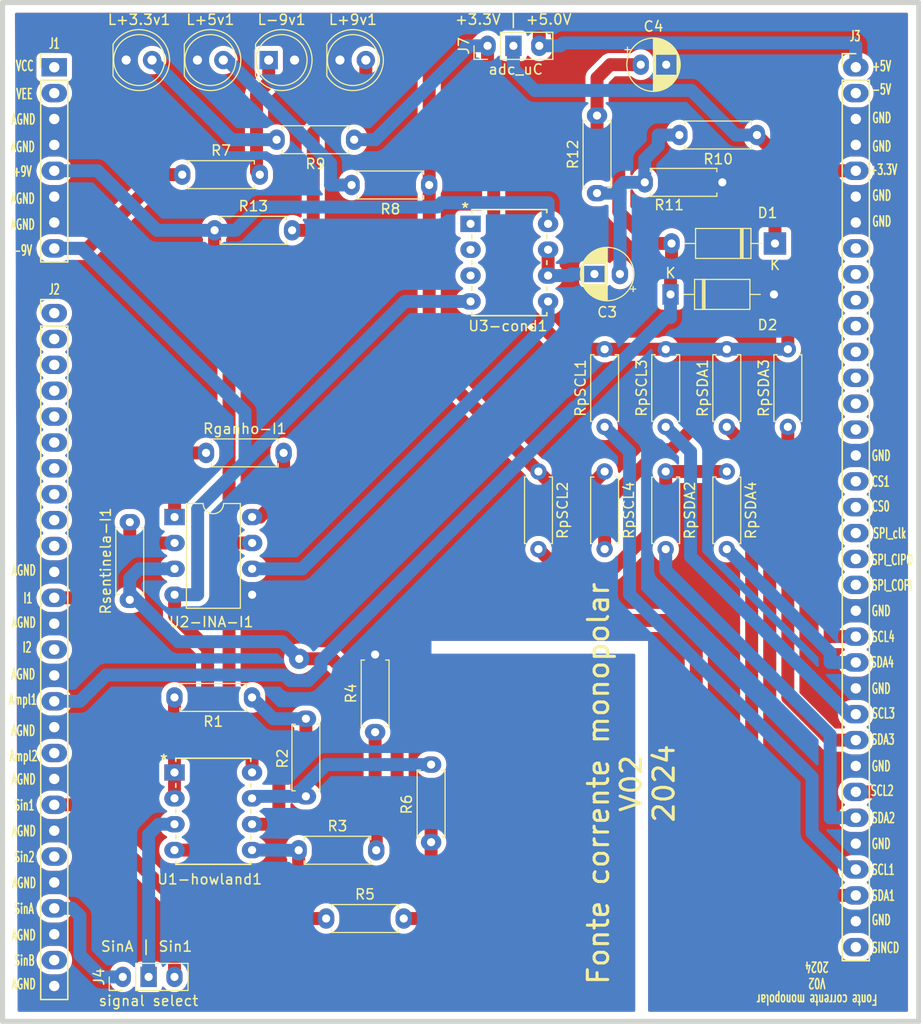
<source format=kicad_pcb>
(kicad_pcb (version 20221018) (generator pcbnew)
  (title_block (title "Fonte de corrente monopolar") (date "2023-04-12") (rev "v02") (company "EITduino") (comment 1 "Autor: Gustavo Pinheiro") (comment 2 "Placa de face dupla 90x100 mm") (comment 3 "Barramento V04") (comment 4 "Howland aperfeicoada"))
  (layers (0 "F.Cu" signal) (31 "B.Cu" signal) (34 "B.Paste" user) (35 "F.Paste" user) (36 "B.SilkS" user "B.Silkscreen") (37 "F.SilkS" user "F.Silkscreen") (38 "B.Mask" user) (39 "F.Mask" user) (44 "Edge.Cuts" user))
  (net 0 "")
  (net 1 "VCC")
  (net 2 "VEE")
  (net 3 "+9V")
  (net 4 "-9V")
  (net 5 "+5V")
  (net 6 "-5V")
  (net 7 "+3.3V")
  (net 22 "CS1")
  (net 23 "CS0")
  (net 24 "SCL4")
  (net 25 "SDA4")
  (net 26 "SINCD")
  (net 27 "Net-(J4-Pin_2)")
  (net 31 "Earth")
  (net 33 "I1")
  (net 34 "I2")
  (net 35 "Ampl1")
  (net 36 "Ampl2")
  (net 37 "Sin1")
  (net 38 "Sin2")
  (net 39 "SinA")
  (net 40 "SinB")
  (net 41 "SPI_COPI")
  (net 42 "SPI_CIPO")
  (net 43 "SPI_clk")
  (net 44 "nó1")
  (net 45 "nó2")
  (net 46 "SCL3")
  (net 47 "SDA3")
  (net 48 "SCL2")
  (net 49 "SDA2")
  (net 50 "SCL1")
  (net 51 "SDA1")
  (net 52 "Net-(U1-howland1--IN2)")
  (net 53 "out_buffer")
  (net 54 "Net-(U1-howland1-OUT2)")
  (net 55 "Net-(U1-howland1-+IN2)")
  (net 56 "Net-(R3-Pad2)")
  (net 57 "out_corrente")
  (net 58 "Net-(Rganho-I1-Pad1)")
  (net 59 "Net-(Rganho-I1-Pad2)")
  (net 60 "Net-(D1-K)")
  (net 61 "V_INA")
  (net 65 "Net-(L+9v1-A)")
  (net 66 "Net-(L+3.3v1-A)")
  (net 67 "Net-(L+5v1-A)")
  (net 68 "Net-(L-9v1-K)")
  (footprint "Connector_PinHeader_2.54mm:PinHeader_1x03_P2.54mm_Vertical" (layer "F.Cu") (at 149.5 42.6 90)
    (fp_text reference "J7")
    (fp_text value "+3.3V | +5.0V")
  )
  (footprint "Resistor_THT:R_Axial_DIN0207_L6.3mm_D2.5mm_P7.62mm_Horizontal" (layer "F.Cu") (at 138.454 109.964 90)
    (fp_text reference "R4")
    (fp_text value "1k")
  )
  (footprint "Resistor_THT:R_Axial_DIN0207_L6.3mm_D2.5mm_P7.62mm_Horizontal" (layer "F.Cu") (at 167 84.38 -90)
    (fp_text reference "RpSDA2")
    (fp_text value "4k7")
  )
  (footprint "Resistor_THT:R_Axial_DIN0207_L6.3mm_D2.5mm_P7.62mm_Horizontal" (layer "F.Cu") (at 126.364 106.554 180)
    (fp_text reference "R1")
    (fp_text value "100k")
  )
  (footprint "Resistor_THT:R_Axial_DIN0207_L6.3mm_D2.5mm_P7.62mm_Horizontal" (layer "F.Cu") (at 133.644 128.254)
    (fp_text reference "R5")
    (fp_text value "100k")
  )
  (footprint "LED_THT:LED_D5.0mm" (layer "F.Cu") (at 121 44)
    (fp_text reference "L+5v1")
    (fp_text value "LED - Green")
  )
  (footprint "Resistor_THT:R_Axial_DIN0207_L6.3mm_D2.5mm_P7.62mm_Horizontal" (layer "F.Cu") (at 114.354 96.974 90)
    (fp_text reference "Rsentinela-I1")
    (fp_text value "10")
  )
  (footprint "Resistor_THT:R_Axial_DIN0207_L6.3mm_D2.5mm_P7.62mm_Horizontal" (layer "F.Cu") (at 167 80 90)
    (fp_text reference "RpSCL3")
    (fp_text value "4k7")
  )
  (footprint "Resistor_THT:R_Axial_DIN0207_L6.3mm_D2.5mm_P7.62mm_Horizontal" (layer "F.Cu") (at 164.944 56)
    (fp_text reference "R11")
    (fp_text value "100k")
  )
  (footprint "LED_THT:LED_D5.0mm" (layer "F.Cu") (at 135 44)
    (fp_text reference "L+9v1")
    (fp_text value "LED - Blue")
  )
  (footprint "Resistor_THT:R_Axial_DIN0207_L6.3mm_D2.5mm_P7.62mm_Horizontal" (layer "F.Cu") (at 143.954 113.144 -90)
    (fp_text reference "R6")
    (fp_text value "1k")
  )
  (footprint "Connector_PinHeader_2.54mm:PinHeader_1x08_P2.54mm_Vertical" (layer "F.Cu") (at 106.934 44.704)
    (fp_text reference "J1")
    (fp_text value "alimentacao analogica" hide)
  )
  (footprint "AD828:AD828" (layer "F.Cu") (at 118.745 113.919)
    (fp_text reference "U1-howland1")
    (fp_text value "AD828AN")
  )
  (footprint "Resistor_THT:R_Axial_DIN0207_L6.3mm_D2.5mm_P7.62mm_Horizontal" (layer "F.Cu") (at 121.844 82.554)
    (fp_text reference "Rganho-I1")
    (fp_text value "3,3k")
  )
  (footprint "LED_THT:LED_D5.0mm" (layer "F.Cu") (at 114 44)
    (fp_text reference "L+3.3v1")
    (fp_text value "LED - Yelow")
  )
  (footprint "Connector_PinHeader_2.54mm:PinHeader_1x27_P2.54mm_Vertical" (layer "F.Cu") (at 106.934 68.834)
    (fp_text reference "J2")
    (fp_text value "sinais analogicos" hide)
  )
  (footprint "Resistor_THT:R_Axial_DIN0207_L6.3mm_D2.5mm_P7.62mm_Horizontal" (layer "F.Cu") (at 131.654 108.644 -90)
    (fp_text reference "R2")
    (fp_text value "100k")
  )
  (footprint "Resistor_THT:R_Axial_DIN0207_L6.3mm_D2.5mm_P7.62mm_Horizontal" (layer "F.Cu") (at 136.398 51.816 180)
    (fp_text reference "R9")
    (fp_text value "240")
  )
  (footprint "Connector_PinHeader_2.54mm:PinHeader_1x35_P2.54mm_Vertical" (layer "F.Cu") (at 185.674 44.704)
    (fp_text reference "J3")
    (fp_text value "comunicacao / sinais digitais" hide)
  )
  (footprint "Connector_PinHeader_2.54mm:PinHeader_1x03_P2.54mm_Vertical" (layer "F.Cu") (at 113.665 133.985 90)
    (fp_text reference "J4")
    (fp_text value "signal select")
  )
  (footprint "Resistor_THT:R_Axial_DIN0207_L6.3mm_D2.5mm_P7.62mm_Horizontal" (layer "F.Cu") (at 160.254 57.064 90)
    (fp_text reference "R12")
    (fp_text value "220")
  )
  (footprint "Capacitor_THT:CP_Radial_D5.0mm_P2.50mm" (layer "F.Cu") (at 162.5 65 180)
    (fp_text reference "C3")
    (fp_text value "1 uF")
  )
  (footprint "LED_THT:LED_D5.0mm" (layer "F.Cu") (at 128 44)
    (fp_text reference "L-9v1")
    (fp_text value "LED - Red")
  )
  (footprint "AD828:AD828" (layer "F.Cu") (at 147.828 60.071)
    (fp_text reference "U3-cond1")
    (fp_text value "AD828AN")
  )
  (footprint "Resistor_THT:R_Axial_DIN0207_L6.3mm_D2.5mm_P7.62mm_Horizontal" (layer "F.Cu") (at 143.764 56.261 180)
    (fp_text reference "R8")
    (fp_text value "390")
  )
  (footprint "Resistor_THT:R_Axial_DIN0207_L6.3mm_D2.5mm_P7.62mm_Horizontal" (layer "F.Cu") (at 175.964 51.354 180)
    (fp_text reference "R10")
    (fp_text value "100k")
  )
  (footprint "Diode_THT:D_DO-41_SOD81_P10.16mm_Horizontal" (layer "F.Cu") (at 177.734 62 180)
    (fp_text reference "D1")
    (fp_text value "1N5819")
  )
  (footprint "Resistor_THT:R_Axial_DIN0207_L6.3mm_D2.5mm_P7.62mm_Horizontal" (layer "F.Cu") (at 154.5 84.38 -90)
    (fp_text reference "RpSCL2")
    (fp_text value "4k7")
  )
  (footprint "Capacitor_THT:CP_Radial_D5.0mm_P2.50mm" (layer "F.Cu") (at 164.5489 44.454)
    (fp_text reference "C4")
    (fp_text value "470 pF")
  )
  (footprint "Diode_THT:D_DO-41_SOD81_P10.16mm_Horizontal" (layer "F.Cu") (at 167.474 67)
    (fp_text reference "D2")
    (fp_text value "1N5819")
  )
  (footprint "Resistor_THT:R_Axial_DIN0207_L6.3mm_D2.5mm_P7.62mm_Horizontal" (layer "F.Cu") (at 173 84.38 -90)
    (fp_text reference "RpSDA4")
    (fp_text value "4k7")
  )
  (footprint "Package_DIP:DIP-8_W7.62mm" (layer "F.Cu") (at 118.754 88.854)
    (fp_text reference "U2-INA-I1")
    (fp_text value "INA128")
  )
  (footprint "Resistor_THT:R_Axial_DIN0207_L6.3mm_D2.5mm_P7.62mm_Horizontal" (layer "F.Cu") (at 161 84.38 -90)
    (fp_text reference "RpSCL4")
    (fp_text value "4k7")
  )
  (footprint "Resistor_THT:R_Axial_DIN0207_L6.3mm_D2.5mm_P7.62mm_Horizontal" (layer "F.Cu") (at 119.507 55.245)
    (fp_text reference "R7")
    (fp_text value "1.2k")
  )
  (footprint "Resistor_THT:R_Axial_DIN0207_L6.3mm_D2.5mm_P7.62mm_Horizontal" (layer "F.Cu") (at 179 80 90)
    (fp_text reference "RpSDA3")
    (fp_text value "4k7")
  )
  (footprint "Resistor_THT:R_Axial_DIN0207_L6.3mm_D2.5mm_P7.62mm_Horizontal" (layer "F.Cu") (at 173 80 90)
    (fp_text reference "RpSDA1")
    (fp_text value "4k7")
  )
  (footprint "Resistor_THT:R_Axial_DIN0207_L6.3mm_D2.5mm_P7.62mm_Horizontal" (layer "F.Cu") (at 130.944 121.554)
    (fp_text reference "R3")
    (fp_text value "100k")
  )
  (footprint "Resistor_THT:R_Axial_DIN0207_L6.3mm_D2.5mm_P7.62mm_Horizontal" (layer "F.Cu") (at 161 80 90)
    (fp_text reference "RpSCL1")
    (fp_text value "4k7")
  )
  (footprint "Resistor_THT:R_Axial_DIN0207_L6.3mm_D2.5mm_P7.62mm_Horizontal" (layer "F.Cu") (at 122.682 60.706)
    (fp_text reference "R13")
    (fp_text value "1.2k")
  )
  (gr_line (start 101.854 38.354) (end 101.854 138.3538) (stroke (width 0.5)) (layer "Edge.Cuts"))
  (gr_line (start 191.85382 138.3538) (end 101.854 138.3538) (stroke (width 0.5)) (layer "Edge.Cuts"))
  (gr_line (start 191.854 38.354) (end 101.854 38.354) (stroke (width 0.5)) (layer "Edge.Cuts"))
  (gr_line (start 191.854 138.354) (end 191.854 38.354) (stroke (width 0.5)) (layer "Edge.Cuts"))
  (gr_text "I1" (at 103.819958 96.816271) (layer "F.SilkS") (effects (font (size 1 0.6) (thickness 0.15) bold) (justify left)))
  (gr_text "GND" (at 187.1507 105.686966) (layer "F.SilkS") (effects (font (size 1 0.6) (thickness 0.15) bold) (justify left)))
  (gr_text "AGND" (at 102.669048 99.792762) (layer "F.SilkS") (effects (font (size 1 0.6) (thickness 0.15) bold) (justify left bottom)))
  (gr_text "VCC" (at 103.076418 45.156158) (layer "F.SilkS") (effects (font (size 1 0.6) (thickness 0.15) bold) (justify left bottom)))
  (gr_text "adc_uC\n" (at 149.5 45.5) (layer "F.SilkS") (effects (font (size 1 1)) (justify left bottom)))
  (gr_text "SPI_COPI\n" (at 189.254 95.554) (layer "F.SilkS") (effects (font (size 1 0.6) (thickness 0.15) bold)))
  (gr_text "GND" (at 187.209818 50.260258) (layer "F.SilkS") (effects (font (size 1 0.6) (thickness 0.15) bold) (justify left bottom)))
  (gr_text "AGND" (at 102.668926 119.676118) (layer "F.SilkS") (effects (font (size 1 0.6) (thickness 0.15) bold) (justify left)))
  (gr_text "GND" (at 187.1618 128.989253) (layer "F.SilkS") (effects (font (size 1 0.6) (thickness 0.15) bold) (justify left bottom)))
  (gr_text "Fonte corrente monopolar\nV02\n2024" (at 168 115 90) (layer "F.SilkS") (effects (font (size 2 2) (thickness 0.3)) (justify bottom)))
  (gr_text "AGND" (at 102.568418 60.142158) (layer "F.SilkS") (effects (font (size 1 0.6) (thickness 0.15) bold) (justify left)))
  (gr_text "+5V\n" (at 187.209818 45.180258) (layer "F.SilkS") (effects (font (size 1 0.6) (thickness 0.15) bold) (justify left bottom)))
  (gr_text "SDA2" (at 187.1507 118.386966) (layer "F.SilkS") (effects (font (size 1 0.6) (thickness 0.15) bold) (justify left)))
  (gr_text "AGND" (at 102.609457 109.827179) (layer "F.SilkS") (effects (font (size 1 0.6) (thickness 0.15) bold) (justify left)))
  (gr_text "+9V\n" (at 102.78414 54.933378) (layer "F.SilkS") (effects (font (size 1 0.6) (thickness 0.15) bold) (justify left)))
  (gr_text "SinB" (at 102.906955 132.376119) (layer "F.SilkS") (effects (font (size 1 0.6) (thickness 0.15) bold) (justify left)))
  (gr_text "+3.3V" (at 186.955818 55.340258) (layer "F.SilkS") (effects (font (size 1 0.6) (thickness 0.15) bold) (justify left bottom)))
  (gr_text "Fonte corrente monopolar\nV02\n2024" (at 181.854 132.404 180) (layer "F.SilkS") (effects (font (size 1 0.6) (thickness 0.15) bold) (justify bottom)))
  (gr_text "SINCD" (at 187.14697 131.128095) (layer "F.SilkS") (effects (font (size 1 0.6) (thickness 0.15) bold) (justify left)))
  (gr_text "CS0" (at 187.1507 87.804) (layer "F.SilkS") (effects (font (size 1 0.6) (thickness 0.15) bold) (justify left)))
  (gr_text "SCL2" (at 187.0507 115.706966) (layer "F.SilkS") (effects (font (size 1 0.6) (thickness 0.15) bold) (justify left)))
  (gr_text "Ampl1" (at 102.377953 107.34677) (layer "F.SilkS") (effects (font (size 1 0.6) (thickness 0.15) bold) (justify left bottom)))
  (gr_text "GND" (at 187.209818 60.420258) (layer "F.SilkS") (effects (font (size 1 0.6) (thickness 0.15) bold) (justify left bottom)))
  (gr_text "SinA" (at 102.906955 127.296119) (layer "F.SilkS") (effects (font (size 1 0.6) (thickness 0.15) bold) (justify left)))
  (gr_text "AGND" (at 102.568418 57.602158) (layer "F.SilkS") (effects (font (size 1 0.6) (thickness 0.15) bold) (justify left)))
  (gr_text "SinA | Sin1" (at 116 131) (layer "F.SilkS") (effects (font (size 1 1))))
  (gr_text "SCL3" (at 187.177306 108.70251) (layer "F.SilkS") (effects (font (size 1 0.6) (thickness 0.15) bold) (justify left bottom)))
  (gr_text "SDA4\n" (at 187.0507 103.106966) (layer "F.SilkS") (effects (font (size 1 0.6) (thickness 0.15) bold) (justify left)))
  (gr_text "SDA1" (at 187.1507 126.006966) (layer "F.SilkS") (effects (font (size 1 0.6) (thickness 0.15) bold) (justify left)))
  (gr_text "SPI_CIPO\n" (at 189.254 93.054) (layer "F.SilkS") (effects (font (size 1 0.6) (thickness 0.15) bold)))
  (gr_text "GND" (at 187.1507 82.826966) (layer "F.SilkS") (effects (font (size 1 0.6) (thickness 0.15) bold) (justify left)))
  (gr_text "CS1" (at 187.1507 85.366966) (layer "F.SilkS") (effects (font (size 1 0.6) (thickness 0.15) bold) (justify left)))
  (gr_text "I2\n" (at 103.735993 102.22684) (layer "F.SilkS") (effects (font (size 1 0.6) (thickness 0.15) bold) (justify left bottom)))
  (gr_text "-5V" (at 187.209818 47.466258) (layer "F.SilkS") (effects (font (size 1 0.6) (thickness 0.15) bold) (justify left bottom)))
  (gr_text "AGND" (at 102.606029 104.87261) (layer "F.SilkS") (effects (font (size 1 0.6) (thickness 0.15) bold) (justify left bottom)))
  (gr_text "GND" (at 187.1507 113.306966) (layer "F.SilkS") (effects (font (size 1 0.6) (thickness 0.15) bold) (justify left)))
  (gr_text "Sin2\n" (at 102.906955 122.216119) (layer "F.SilkS") (effects (font (size 1 0.6) (thickness 0.15) bold) (justify left)))
  (gr_text "AGND" (at 102.627918 49.820501) (layer "F.SilkS") (effects (font (size 1 0.6) (thickness 0.15) bold) (justify left)))
  (gr_text "GND" (at 187.209818 57.880258) (layer "F.SilkS") (effects (font (size 1 0.6) (thickness 0.15) bold) (justify left bottom)))
  (gr_text "GND" (at 187.1507 98.066966) (layer "F.SilkS") (effects (font (size 1 0.6) (thickness 0.15) bold) (justify left)))
  (gr_text "GND" (at 187.1507 120.926966) (layer "F.SilkS") (effects (font (size 1 0.6) (thickness 0.15) bold) (justify left)))
  (gr_text "SCL4\n" (at 187.1507 100.606966) (layer "F.SilkS") (effects (font (size 1 0.6) (thickness 0.15) bold) (justify left)))
  (gr_text "AGND" (at 102.655941 114.596119) (layer "F.SilkS") (effects (font (size 1 0.6) (thickness 0.15) bold) (justify left)))
  (gr_text "SCL1\n" (at 187.1507 123.466966) (layer "F.SilkS") (effects (font (size 1 0.6) (thickness 0.15) bold) (justify left)))
  (gr_text "Sin1" (at 102.906955 117.136119) (layer "F.SilkS") (effects (font (size 1 0.6) (thickness 0.15) bold) (justify left)))
  (gr_text "AGND" (at 102.662342 129.888851) (layer "F.SilkS") (effects (font (size 1 0.6) (thickness 0.15) bold) (justify left)))
  (gr_text "GND" (at 187.209818 53.054258) (layer "F.SilkS") (effects (font (size 1 0.6) (thickness 0.15) bold) (justify left bottom)))
  (gr_text "SPI_clk\n" (at 189.004 90.446966) (layer "F.SilkS") (effects (font (size 1 0.6) (thickness 0.15) bold)))
  (gr_text "Ampl2" (at 102.444097 112.307588) (layer "F.SilkS") (effects (font (size 1 0.6) (thickness 0.15) bold) (justify left)))
  (gr_text "VEE\n" (at 103.109208 47.332606) (layer "F.SilkS") (effects (font (size 1 0.6) (thickness 0.15) bold) (justify left)))
  (gr_text "AGND" (at 102.662342 135.279608) (layer "F.SilkS") (effects (font (size 1 0.6) (thickness 0.15) bold) (justify left bottom)))
  (gr_text "AGND" (at 102.669048 94.673197) (layer "F.SilkS") (effects (font (size 1 0.6) (thickness 0.15) bold) (justify left bottom)))
  (gr_text "AGND" (at 102.695415 124.762672) (layer "F.SilkS") (effects (font (size 1 0.6) (thickness 0.15) bold) (justify left)))
  (gr_text "AGND" (at 102.568418 52.522158) (layer "F.SilkS") (effects (font (size 1 0.6) (thickness 0.15) bold) (justify left)))
  (gr_text "-9V" (at 102.822418 62.682158) (layer "F.SilkS") (effects (font (size 1 0.6) (thickness 0.15) bold) (justify left)))
  (gr_text "SDA3" (at 187.113509 111.270321) (layer "F.SilkS") (effects (font (size 1 0.6) (thickness 0.15) bold) (justify left bottom)))
  (segment (start 126.365 113.919) (end 126.365 111.849) (width 1.27) (layer "F.Cu") (net 3))
  (segment (start 124.104 64.398) (end 122.682 62.976) (width 1.27) (layer "F.Cu") (net 3))
  (segment (start 126.374 91.394) (end 124.104 91.394) (width 1.27) (layer "F.Cu") (net 3))
  (segment (start 122.682 60.706) (end 122.682 62.976) (width 1.27) (layer "F.Cu") (net 3))
  (segment (start 124.104 91.394) (end 124.104 64.398) (width 1.27) (layer "F.Cu") (net 3))
  (segment (start 126.365 111.849) (end 124.104 109.588) (width 1.27) (layer "F.Cu") (net 3))
  (segment (start 124.104 109.588) (end 124.104 91.394) (width 1.27) (layer "F.Cu") (net 3))
  (segment (start 155.448 60.071) (end 155.448 58.001) (width 1.27) (layer "B.Cu") (net 3))
  (segment (start 111.1825 54.864) (end 117.0245 60.706) (width 1.27) (layer "B.Cu") (net 3))
  (segment (start 144.9632 58.001) (end 144.5382 58.426) (width 1.27) (layer "B.Cu") (net 3))
  (segment (start 106.934 54.864) (end 111.1825 54.864) (width 1.27) (layer "B.Cu") (net 3))
  (segment (start 122.682 60.706) (end 124.752 60.706) (width 1.27) (layer "B.Cu") (net 3))
  (segment (start 117.0245 60.706) (end 122.682 60.706) (width 1.27) (layer "B.Cu") (net 3))
  (segment (start 127.032 58.426) (end 124.752 60.706) (width 1.27) (layer "B.Cu") (net 3))
  (segment (start 155.448 58.001) (end 144.9632 58.001) (width 1.27) (layer "B.Cu") (net 3))
  (segment (start 144.5382 58.426) (end 127.032 58.426) (width 1.27) (layer "B.Cu") (net 3))
  (segment (start 122 101.79) (end 122 120) (width 1.27) (layer "F.Cu") (net 4))
  (segment (start 110.198 62.484) (end 117.437 55.245) (width 1.27) (layer "F.Cu") (net 4))
  (segment (start 118.754 98.544) (end 122 101.79) (width 1.27) (layer "F.Cu") (net 4))
  (segment (start 120.461 121.539) (end 118.745 121.539) (width 1.27) (layer "F.Cu") (net 4))
  (segment (start 122 120) (end 120.461 121.539) (width 1.27) (layer "F.Cu") (net 4))
  (segment (start 119.507 55.245) (end 117.437 55.245) (width 1.27) (layer "F.Cu") (net 4))
  (segment (start 106.934 62.484) (end 110.198 62.484) (width 1.27) (layer "F.Cu") (net 4))
  (segment (start 118.754 96.474) (end 118.754 98.544) (width 1.27) (layer "F.Cu") (net 4))
  (segment (start 121.024 96.474) (end 121.024 88.0513) (width 1.27) (layer "B.Cu") (net 4))
  (segment (start 141.3843 67.691) (end 147.828 67.691) (width 1.27) (layer "B.Cu") (net 4))
  (segment (start 125.6777 83.3976) (end 125.6777 78.537689) (width 1.27) (layer "B.Cu") (net 4))
  (segment (start 109.624011 62.484) (end 106.934 62.484) (width 1.27) (layer "B.Cu") (net 4))
  (segment (start 121.024 88.0513) (end 125.6777 83.3976) (width 1.27) (layer "B.Cu") (net 4))
  (segment (start 125.6777 78.537689) (end 109.624011 62.484) (width 1.27) (layer "B.Cu") (net 4))
  (segment (start 125.6777 83.3976) (end 141.3843 67.691) (width 1.27) (layer "B.Cu") (net 4))
  (segment (start 118.754 96.474) (end 121.024 96.474) (width 1.27) (layer "B.Cu") (net 4))
  (segment (start 159.5027 85.8773) (end 159.0554 85.8773) (width 1.27) (layer "F.Cu") (net 5))
  (segment (start 161.8366 93.9402) (end 167 88.7768) (width 1.27) (layer "F.Cu") (net 5))
  (segment (start 167 84.38) (end 173 84.38) (width 1.27) (layer "F.Cu") (net 5))
  (segment (start 167 88.7768) (end 167 84.38) (width 1.27) (layer "F.Cu") (net 5))
  (segment (start 154.58 42.6) (end 154.58 40.91) (width 1.27) (layer "F.Cu") (net 5))
  (segment (start 159.0554 85.8773) (end 159.0554 92.7967) (width 1.27) (layer "F.Cu") (net 5))
  (segment (start 154.5 84.38) (end 143.764 73.644) (width 1.27) (layer "F.Cu") (net 5))
  (segment (start 159.0554 85.8773) (end 155.9973 85.8773) (width 1.27) (layer "F.Cu") (net 5))
  (segment (start 143.764 73.644) (end 143.764 56.261) (width 1.27) (layer "F.Cu") (net 5))
  (segment (start 154.58 40.91) (end 154 40.33) (width 1.27) (layer "F.Cu") (net 5))
  (segment (start 159.0554 92.7967) (end 160.1989 93.9402) (width 1.27) (layer "F.Cu") (net 5))
  (segment (start 154 40.33) (end 148.7661 40.33) (width 1.27) (layer "F.Cu") (net 5))
  (segment (start 148.7661 40.33) (end 143.764 45.3321) (width 1.27) (layer "F.Cu") (net 5))
  (segment (start 155.9973 85.8773) (end 154.5 84.38) (width 1.27) (layer "F.Cu") (net 5))
  (segment (start 143.764 45.3321) (end 143.764 56.261) (width 1.27) (layer "F.Cu") (net 5))
  (segment (start 161 84.38) (end 159.5027 85.8773) (width 1.27) (layer "F.Cu") (net 5))
  (segment (start 160.1989 93.9402) (end 161.8366 93.9402) (width 1.27) (layer "F.Cu") (net 5))
  (segment (start 154.58 42.6) (end 156.65 42.6) (width 1.27) (layer "B.Cu") (net 5))
  (segment (start 156.9396 42.3104) (end 156.65 42.6) (width 1.27) (layer "B.Cu") (net 5))
  (segment (start 185.674 44.704) (end 185.674 42.534) (width 1.27) (layer "B.Cu") (net 5))
  (segment (start 185.674 42.534) (end 185.4504 42.3104) (width 1.27) (layer "B.Cu") (net 5))
  (segment (start 185.4504 42.3104) (end 156.9396 42.3104) (width 1.27) (layer "B.Cu") (net 5))
  (segment (start 182 67.31) (end 179 70.31) (width 1.27) (layer "F.Cu") (net 7))
  (segment (start 150.1046 65.3588) (end 150.1046 52) (width 1.27) (layer "F.Cu") (net 7))
  (segment (start 185.674 54.864) (end 183.136 54.864) (width 1.27) (layer "F.Cu") (net 7))
  (segment (start 157.1258 72.38) (end 150.1046 65.3588) (width 1.27) (layer "F.Cu") (net 7))
  (segment (start 150.1046 52) (end 149.5 51.3954) (width 1.27) (layer "F.Cu") (net 7))
  (segment (start 182 56) (end 182 67.31) (width 1.27) (layer "F.Cu") (net 7))
  (segment (start 149.5 51.3954) (end 149.5 42.6) (width 1.27) (layer "F.Cu") (net 7))
  (segment (start 183.136 54.864) (end 182 56) (width 1.27) (layer "F.Cu") (net 7))
  (segment (start 167 72.38) (end 161 72.38) (width 1.27) (layer "F.Cu") (net 7))
  (segment (start 161 72.38) (end 157.1258 72.38) (width 1.27) (layer "F.Cu") (net 7))
  (segment (start 179 70.31) (end 179 72.38) (width 1.27) (layer "F.Cu") (net 7))
  (segment (start 149.5 42.6) (end 147.43 42.6) (width 1.27) (layer "B.Cu") (net 7))
  (segment (start 179 72.38) (end 173 72.38) (width 1.27) (layer "B.Cu") (net 7))
  (segment (start 138.468 51.816) (end 147.43 42.854) (width 1.27) (layer "B.Cu") (net 7))
  (segment (start 147.43 42.854) (end 147.43 42.6) (width 1.27) (layer "B.Cu") (net 7))
  (segment (start 173 72.38) (end 167 72.38) (width 1.27) (layer "B.Cu") (net 7))
  (segment (start 136.398 51.816) (end 138.468 51.816) (width 1.27) (layer "B.Cu") (net 7))
  (segment (start 161 87.6051) (end 166.3641 82.241) (width 1.27) (layer "F.Cu") (net 24))
  (segment (start 167.5401 82.241) (end 171.7314 78.0497) (width 1.27) (layer "F.Cu") (net 24))
  (segment (start 179.8243 78.0497) (end 183.154 81.3794) (width 1.27) (layer "F.Cu") (net 24))
  (segment (start 171.7314 78.0497) (end 179.8243 78.0497) (width 1.27) (layer "F.Cu") (net 24))
  (segment (start 185.674 100.584) (end 183.154 100.584) (width 1.27) (layer "F.Cu") (net 24))
  (segment (start 161 92) (end 161 87.6051) (width 1.27) (layer "F.Cu") (net 24))
  (segment (start 183.154 81.3794) (end 183.154 100.584) (width 1.27) (layer "F.Cu") (net 24))
  (segment (start 166.3641 82.241) (end 167.5401 82.241) (width 1.27) (layer "F.Cu") (net 24))
  (segment (start 185.674 103.124) (end 183.154 103.124) (width 1.27) (layer "B.Cu") (net 25))
  (segment (start 183.154 103.124) (end 183.154 102.154) (width 1.27) (layer "B.Cu") (net 25))
  (segment (start 183.154 102.154) (end 173 92) (width 1.27) (layer "B.Cu") (net 25))
  (segment (start 116.205 120) (end 116.205 133.985) (width 1.27) (layer "B.Cu") (net 27))
  (segment (start 118.745 118.999) (end 117.206 118.999) (width 1.27) (layer "B.Cu") (net 27))
  (segment (start 117.206 118.999) (end 116.205 120) (width 1.27) (layer "B.Cu") (net 27))
  (segment (start 106.934 96.774) (end 109.004 96.774) (width 1.27) (layer "F.Cu") (net 33))
  (segment (start 114.354 91.1954) (end 114.354 91.424) (width 1.27) (layer "F.Cu") (net 33))
  (segment (start 114.384 91.394) (end 114.354 91.424) (width 1.27) (layer "F.Cu") (net 33))
  (segment (start 109.004 96.774) (end 114.354 91.424) (width 1.27) (layer "F.Cu") (net 33))
  (segment (start 118.754 91.394) (end 114.384 91.394) (width 1.27) (layer "F.Cu") (net 33))
  (segment (start 114.354 89.354) (end 114.354 91.1954) (width 1.27) (layer "F.Cu") (net 33))
  (segment (start 167.474 67) (end 167.474 64.73) (width 1.27) (layer "F.Cu") (net 35))
  (segment (start 167.574 62) (end 165.504 62) (width 1.27) (layer "F.Cu") (net 35))
  (segment (start 164.5489 44.454) (end 161.546 44.454) (width 1.27) (layer "F.Cu") (net 35))
  (segment (start 165.504 62) (end 162.3915 58.8875) (width 1.27) (layer "F.Cu") (net 35))
  (segment (start 162.3915 58.8875) (end 162.3915 53.6515) (width 1.27) (layer "F.Cu") (net 35))
  (segment (start 160.254 45.746) (end 160.254 49.444) (width 1.27) (layer "F.Cu") (net 35))
  (segment (start 167.474 64.73) (end 167.574 64.63) (width 1.27) (layer "F.Cu") (net 35))
  (segment (start 167.574 64.63) (end 167.574 62) (width 1.27) (layer "F.Cu") (net 35))
  (segment (start 161.546 44.454) (end 160.254 45.746) (width 1.27) (layer "F.Cu") (net 35))
  (segment (start 160.254 49.444) (end 160.254 51.514) (width 1.27) (layer "F.Cu") (net 35))
  (segment (start 162.3915 53.6515) (end 160.254 51.514) (width 1.27) (layer "F.Cu") (net 35))
  (segment (start 133.1327 102.9844) (end 158.0525 78.0646) (width 1.27) (layer "B.Cu") (net 35))
  (segment (start 158.1839 78.0646) (end 166.9785 69.27) (width 1.27) (layer "B.Cu") (net 35))
  (segment (start 166.9785 69.27) (end 167.474 69.27) (width 1.27) (layer "B.Cu") (net 35))
  (segment (start 130.1107 104.9005) (end 131.881 104.9005) (width 1.27) (layer "B.Cu") (net 35))
  (segment (start 133.1327 103.6488) (end 133.1327 102.9844) (width 1.27) (layer "B.Cu") (net 35))
  (segment (start 129.5643 104.3541) (end 130.1107 104.9005) (width 1.27) (layer "B.Cu") (net 35))
  (segment (start 131.881 104.9005) (end 133.1327 103.6488) (width 1.27) (layer "B.Cu") (net 35))
  (segment (start 158.0525 78.0646) (end 158.1839 78.0646) (width 1.27) (layer "B.Cu") (net 35))
  (segment (start 167.474 67) (end 167.474 69.27) (width 1.27) (layer "B.Cu") (net 35))
  (segment (start 106.934 106.934) (end 109.454 106.934) (width 1.27) (layer "B.Cu") (net 35))
  (segment (start 112.0339 104.3541) (end 129.5643 104.3541) (width 1.27) (layer "B.Cu") (net 35))
  (segment (start 109.454 106.934) (end 112.0339 104.3541) (width 1.27) (layer "B.Cu") (net 35))
  (segment (start 106.934 117.094) (end 109.454 117.094) (width 1.27) (layer "F.Cu") (net 37))
  (segment (start 109.454 117.094) (end 118.745 126.385) (width 1.27) (layer "F.Cu") (net 37))
  (segment (start 118.745 126.385) (end 118.745 133.985) (width 1.27) (layer "F.Cu") (net 37))
  (segment (start 111.595 133.985) (end 113.665 133.985) (width 1.27) (layer "B.Cu") (net 39))
  (segment (start 109.454 128) (end 109.454 131.844) (width 1.27) (layer "B.Cu") (net 39))
  (segment (start 109.454 131.844) (end 111.595 133.985) (width 1.27) (layer "B.Cu") (net 39))
  (segment (start 106.934 127.254) (end 108.708 127.254) (width 1.27) (layer "B.Cu") (net 39))
  (segment (start 108.708 127.254) (end 109.454 128) (width 1.27) (layer "B.Cu") (net 39))
  (segment (start 155.448 62.611) (end 155.448 65.151) (width 1.27) (layer "F.Cu") (net 44))
  (segment (start 157.73 65.139) (end 157.718 65.151) (width 1.27) (layer "B.Cu") (net 44))
  (segment (start 157.73 65) (end 157.73 65.139) (width 1.27) (layer "B.Cu") (net 44))
  (segment (start 155.448 65.151) (end 157.718 65.151) (width 1.27) (layer "B.Cu") (net 44))
  (segment (start 160 65) (end 157.73 65) (width 1.27) (layer "B.Cu") (net 44))
  (segment (start 162.524 62.706) (end 162.524 57.064) (width 1.27) (layer "B.Cu") (net 45))
  (segment (start 162.524 56.35) (end 162.874 56) (width 1.27) (layer "B.Cu") (net 45))
  (segment (start 160.254 57.064) (end 162.524 57.064) (width 1.27) (layer "B.Cu") (net 45))
  (segment (start 164.944 56) (end 162.874 56) (width 1.27) (layer "B.Cu") (net 45))
  (segment (start 164.944 56) (end 164.944 53.73) (width 1.27) (layer "B.Cu") (net 45))
  (segment (start 168.344 51.354) (end 166.274 51.354) (width 1.27) (layer "B.Cu") (net 45))
  (segment (start 162.524 57.064) (end 162.524 56.35) (width 1.27) (layer "B.Cu") (net 45))
  (segment (start 162.5 62.73) (end 162.524 62.706) (width 1.27) (layer "B.Cu") (net 45))
  (segment (start 166.274 52.4) (end 164.944 53.73) (width 1.27) (layer "B.Cu") (net 45))
  (segment (start 166.274 51.354) (end 166.274 52.4) (width 1.27) (layer "B.Cu") (net 45))
  (segment (start 162.5 65) (end 162.5 62.73) (width 1.27) (layer "B.Cu") (net 45))
  (segment (start 169.4446 82.4446) (end 167 80) (width 1.27) (layer "B.Cu") (net 46))
  (segment (start 185.674 108.204) (end 184.9205 108.204) (width 1.27) (layer "B.Cu") (net 46))
  (segment (start 184.9205 108.204) (end 169.4446 92.7281) (width 1.27) (layer "B.Cu") (net 46))
  (segment (start 169.4446 92.7281) (end 169.4446 82.4446) (width 1.27) (layer "B.Cu") (net 46))
  (segment (start 185.674 110.744) (end 183.154 110.744) (width 1.27) (layer "F.Cu") (net 47))
  (segment (start 179 106.59) (end 183.154 110.744) (width 1.27) (layer "F.Cu") (net 47))
  (segment (start 179 80) (end 179 106.59) (width 1.27) (layer "F.Cu") (net 47))
  (segment (start 170 102) (end 167 99) (width 1.27) (layer "F.Cu") (net 48))
  (segment (start 186.8445 133.1375) (end 184.519575 133.1375) (width 1.27) (layer "F.Cu") (net 48))
  (segment (start 161.5 99) (end 154.5 92) (width 1.27) (layer "F.Cu") (net 48))
  (segment (start 170 118.617925) (end 170 102) (width 1.27) (layer "F.Cu") (net 48))
  (segment (start 184.519575 133.1375) (end 170 118.617925) (width 1.27) (layer "F.Cu") (net 48))
  (segment (start 188.194 115.824) (end 188.194 131.788) (width 1.27) (layer "F.Cu") (net 48))
  (segment (start 188.194 131.788) (end 186.8445 133.1375) (width 1.27) (layer "F.Cu") (net 48))
  (segment (start 167 99) (end 161.5 99) (width 1.27) (layer "F.Cu") (net 48))
  (segment (start 185.674 115.824) (end 188.194 115.824) (width 1.27) (layer "F.Cu") (net 48))
  (segment (start 167 94.07) (end 183.154 110.224) (width 1.27) (layer "B.Cu") (net 49))
  (segment (start 185.674 118.364) (end 183.154 118.364) (width 1.27) (layer "B.Cu") (net 49))
  (segment (start 183.154 110.224) (end 183.154 118.364) (width 1.27) (layer "B.Cu") (net 49))
  (segment (start 167 92) (end 167 94.07) (width 1.27) (layer "B.Cu") (net 49))
  (segment (start 185.674 123.444) (end 184.986075 123.444) (width 1.27) (layer "B.Cu") (net 50))
  (segment (start 163.4446 96.4446) (end 163.4446 82.4446) (width 1.27) (layer "B.Cu") (net 50))
  (segment (start 163.4446 82.4446) (end 161 80) (width 1.27) (layer "B.Cu") (net 50))
  (segment (start 181.384 114.384) (end 163.4446 96.4446) (width 1.27) (layer "B.Cu") (net 50))
  (segment (start 181.384 119.841925) (end 181.384 114.384) (width 1.27) (layer "B.Cu") (net 50))
  (segment (start 184.986075 123.444) (end 181.384 119.841925) (width 1.27) (layer "B.Cu") (net 50))
  (segment (start 175.4446 118.2746) (end 175.4446 82.4446) (width 1.27) (layer "F.Cu") (net 51))
  (segment (start 185.674 125.984) (end 183.154 125.984) (width 1.27) (layer "F.Cu") (net 51))
  (segment (start 175.4446 82.4446) (end 173 80) (width 1.27) (layer "F.Cu") (net 51))
  (segment (start 183.154 125.984) (end 175.4446 118.2746) (width 1.27) (layer "F.Cu") (net 51))
  (segment (start 128.001 118.999) (end 129 118) (width 1.27) (layer "F.Cu") (net 52))
  (segment (start 131.654 110.714) (end 131.654 108.644) (width 1.27) (layer "F.Cu") (net 52))
  (segment (start 126.365 118.999) (end 128.001 118.999) (width 1.27) (layer "F.Cu") (net 52))
  (segment (start 129 113.368) (end 131.654 110.714) (width 1.27) (layer "F.Cu") (net 52))
  (segment (start 129 118) (end 129 113.368) (width 1.27) (layer "F.Cu") (net 52))
  (segment (start 128.454 108.644) (end 126.364 106.554) (width 1.27) (layer "B.Cu") (net 52))
  (segment (start 131.654 108.644) (end 128.454 108.644) (width 1.27) (layer "B.Cu") (net 52))
  (segment (start 118.745 113.919) (end 118.745 111.849) (width 1.27) (layer "F.Cu") (net 53))
  (segment (start 118.745 111.849) (end 118.744 111.848) (width 1.27) (layer "F.Cu") (net 53))
  (segment (start 118.744 111.848) (end 118.744 106.554) (width 1.27) (layer "F.Cu") (net 53))
  (segment (start 118.745 116.459) (end 118.745 113.919) (width 1.27) (layer "F.Cu") (net 53))
  (segment (start 130.519 116.264) (end 133.639 113.144) (width 1.27) (layer "B.Cu") (net 54))
  (segment (start 126.56 116.264) (end 130.519 116.264) (width 1.27) (layer "B.Cu") (net 54))
  (segment (start 131.654 116.264) (end 130.519 116.264) (width 1.27) (layer "B.Cu") (net 54))
  (segment (start 126.365 116.459) (end 126.56 116.264) (width 1.27) (layer "B.Cu") (net 54))
  (segment (start 133.639 113.144) (end 143.954 113.144) (width 1.27) (layer "B.Cu") (net 54))
  (segment (start 133.644 128.254) (end 131.574 128.254) (width 1.27) (layer "F.Cu") (net 55))
  (segment (start 130.944 127.624) (end 131.574 128.254) (width 1.27) (layer "F.Cu") (net 55))
  (segment (start 130.944 121.554) (end 130.944 127.624) (width 1.27) (layer "F.Cu") (net 55))
  (segment (start 128.65 121.554) (end 130.944 121.554) (width 1.27) (layer "B.Cu") (net 55))
  (segment (start 128.635 121.539) (end 128.65 121.554) (width 1.27) (layer "B.Cu") (net 55))
  (segment (start 126.365 121.539) (end 128.635 121.539) (width 1.27) (layer "B.Cu") (net 55))
  (segment (start 138.454 119.174) (end 138.454 109.964) (width 1.27) (layer "F.Cu") (net 56))
  (segment (start 138.564 121.554) (end 138.564 119.284) (width 1.27) (layer "F.Cu") (net 56))
  (segment (start 138.564 119.284) (end 138.454 119.174) (width 1.27) (layer "F.Cu") (net 56))
  (segment (start 140.6111 109.1331) (end 140.6111 115.3511) (width 1.27) (layer "F.Cu") (net 57))
  (segment (start 143.954 120.764) (end 143.954 118.694) (width 1.27) (layer "F.Cu") (net 57))
  (segment (start 143.954 120.764) (end 143.954 127.634) (width 1.27) (layer "F.Cu") (net 57))
  (segment (start 143.954 127.634) (end 143.334 128.254) (width 1.27) (layer "F.Cu") (net 57))
  (segment (start 134.2416 102.7636) (end 140.6111 109.1331) (width 1.27) (layer "F.Cu") (net 57))
  (segment (start 141.264 128.254) (end 143.334 128.254) (width 1.27) (layer "F.Cu") (net 57))
  (segment (start 140.6111 115.3511) (end 143.954 118.694) (width 1.27) (layer "F.Cu") (net 57))
  (segment (start 130.9958 102.7636) (end 134.2416 102.7636) (width 1.27) (layer "F.Cu") (net 57))
  (via (at 130.9958 102.7636) (size 2) (drill 0.8) (layers "F.Cu" "B.Cu") (net 57))
  (segment (start 129.3157 101.0835) (end 130.9958 102.7636) (width 1.27) (layer "B.Cu") (net 57))
  (segment (start 114.354 96.3092) (end 119.1283 101.0835) (width 1.27) (layer "B.Cu") (net 57))
  (segment (start 114.354 96.974) (end 114.354 96.3092) (width 1.27) (layer "B.Cu") (net 57))
  (segment (start 115.275 93.934) (end 114.354 94.855) (width 1.27) (layer "B.Cu") (net 57))
  (segment (start 119.1283 101.0835) (end 129.3157 101.0835) (width 1.27) (layer "B.Cu") (net 57))
  (segment (start 118.754 93.934) (end 115.275 93.934) (width 1.27) (layer "B.Cu") (net 57))
  (segment (start 114.354 94.855) (end 114.354 96.3092) (width 1.27) (layer "B.Cu") (net 57))
  (segment (start 118.754 88.854) (end 118.754 84.246) (width 1.27) (layer "F.Cu") (net 58))
  (segment (start 120.446 82.554) (end 121.844 82.554) (width 1.27) (layer "F.Cu") (net 58))
  (segment (start 118.754 84.246) (end 120.446 82.554) (width 1.27) (layer "F.Cu") (net 58))
  (segment (start 126.374 88.854) (end 127.146 88.854) (width 1.27) (layer "F.Cu") (net 59))
  (segment (start 127.146 88.854) (end 129.464 86.536) (width 1.27) (layer "F.Cu") (net 59))
  (segment (start 129.464 86.536) (end 129.464 82.554) (width 1.27) (layer "F.Cu") (net 59))
  (segment (start 177.734 62) (end 177.734 53.124) (width 1.27) (layer "F.Cu") (net 60))
  (segment (start 177.734 53.124) (end 175.964 51.354) (width 1.27) (layer "F.Cu") (net 60))
  (segment (start 169.5205 46.9805) (end 154.1505 46.9805) (width 1.27) (layer "B.Cu") (net 60))
  (segment (start 154.1505 46.9805) (end 152.04 44.87) (width 1.27) (layer "B.Cu") (net 60))
  (segment (start 175.964 51.354) (end 173.894 51.354) (width 1.27) (layer "B.Cu") (net 60))
  (segment (start 173.894 51.354) (end 169.5205 46.9805) (width 1.27) (layer "B.Cu") (net 60))
  (segment (start 152.04 42.6) (end 152.04 44.87) (width 1.27) (layer "B.Cu") (net 60))
  (segment (start 126.374 93.934) (end 131.275 93.934) (width 1.27) (layer "B.Cu") (net 61))
  (segment (start 131.275 93.934) (end 155.448 69.761) (width 1.27) (layer "B.Cu") (net 61))
  (segment (start 155.448 67.691) (end 155.448 69.761) (width 1.27) (layer "B.Cu") (net 61))
  (segment (start 137.54 45.9911) (end 132.372 51.1591) (width 1.27) (layer "F.Cu") (net 65))
  (segment (start 137.54 44) (end 137.54 45.9911) (width 1.27) (layer "F.Cu") (net 65))
  (segment (start 130.302 60.706) (end 132.372 60.706) (width 1.27) (layer "F.Cu") (net 65))
  (segment (start 132.372 51.1591) (end 132.372 60.706) (width 1.27) (layer "F.Cu") (net 65))
  (segment (start 124.356 51.816) (end 128.778 51.816) (width 1.27) (layer "B.Cu") (net 66))
  (segment (start 116.54 44) (end 124.356 51.816) (width 1.27) (layer "B.Cu") (net 66))
  (segment (start 123.54 44) (end 123.9347 44) (width 1.27) (layer "B.Cu") (net 67))
  (segment (start 134.074 54.1393) (end 134.074 56.261) (width 1.27) (layer "B.Cu") (net 67))
  (segment (start 123.9347 44) (end 134.074 54.1393) (width 1.27) (layer "B.Cu") (net 67))
  (segment (start 136.144 56.261) (end 134.074 56.261) (width 1.27) (layer "B.Cu") (net 67))
  (segment (start 126.8036 54.9216) (end 127.127 55.245) (width 1.27) (layer "F.Cu") (net 68))
  (segment (start 128 46.17) (end 126.8036 47.3664) (width 1.27) (layer "F.Cu") (net 68))
  (segment (start 128 44) (end 128 46.17) (width 1.27) (layer "F.Cu") (net 68))
  (segment (start 126.8036 47.3664) (end 126.8036 54.9216) (width 1.27) (layer "F.Cu") (net 68))
  (zone (net 31) (net_name "Earth") (layers "F&B.Cu") (connect_pads yes (clearance 0.5)) (min_thickness 0.25) (fill yes (thermal_gap 0.5) (thermal_bridge_width 0.5))
    (polygon (pts (xy 103.34 137.402) (xy 164 137.402) (xy 164 102.27) (xy 143.98 102.27) (xy 143.98 101) (xy 165.27 101) (xy 165.27 137.402) (xy 190.8 137.402) (xy 190.8 39.358) (xy 103.086 39.358)))
  )
)
</source>
